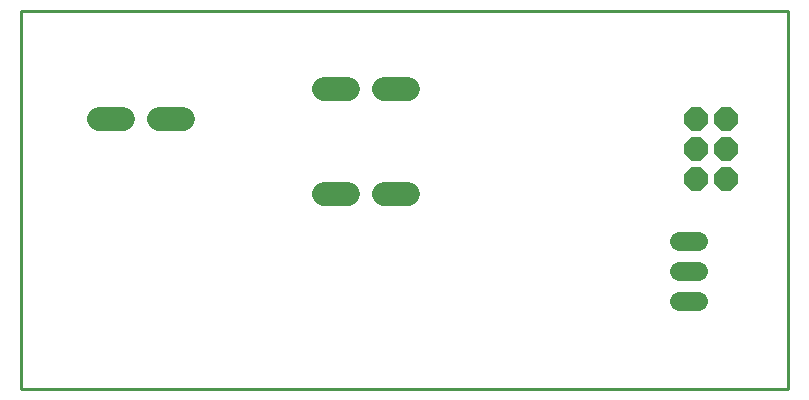
<source format=gbr>
G04 EAGLE Gerber RS-274X export*
G75*
%MOMM*%
%FSLAX34Y34*%
%LPD*%
%INBottom Copper*%
%IPPOS*%
%AMOC8*
5,1,8,0,0,1.08239X$1,22.5*%
G01*
G04 Define Apertures*
%ADD10P,2.1821X8X112.5*%
%ADD11C,2.016000*%
%ADD12C,1.600000*%
%ADD13C,0.254000*%
D10*
X571500Y177800D03*
X596900Y177800D03*
X571500Y203200D03*
X596900Y203200D03*
X571500Y228600D03*
X596900Y228600D03*
D11*
X86280Y228600D02*
X66120Y228600D01*
X116920Y228600D02*
X137080Y228600D01*
X256620Y165100D02*
X276780Y165100D01*
X307420Y165100D02*
X327580Y165100D01*
D12*
X557000Y74600D02*
X573000Y74600D01*
X573000Y100000D02*
X557000Y100000D01*
X557000Y125400D02*
X573000Y125400D01*
D11*
X276780Y254000D02*
X256620Y254000D01*
X307420Y254000D02*
X327580Y254000D01*
D13*
X0Y0D02*
X650000Y0D01*
X650000Y320000D01*
X0Y320000D01*
X0Y0D01*
M02*

</source>
